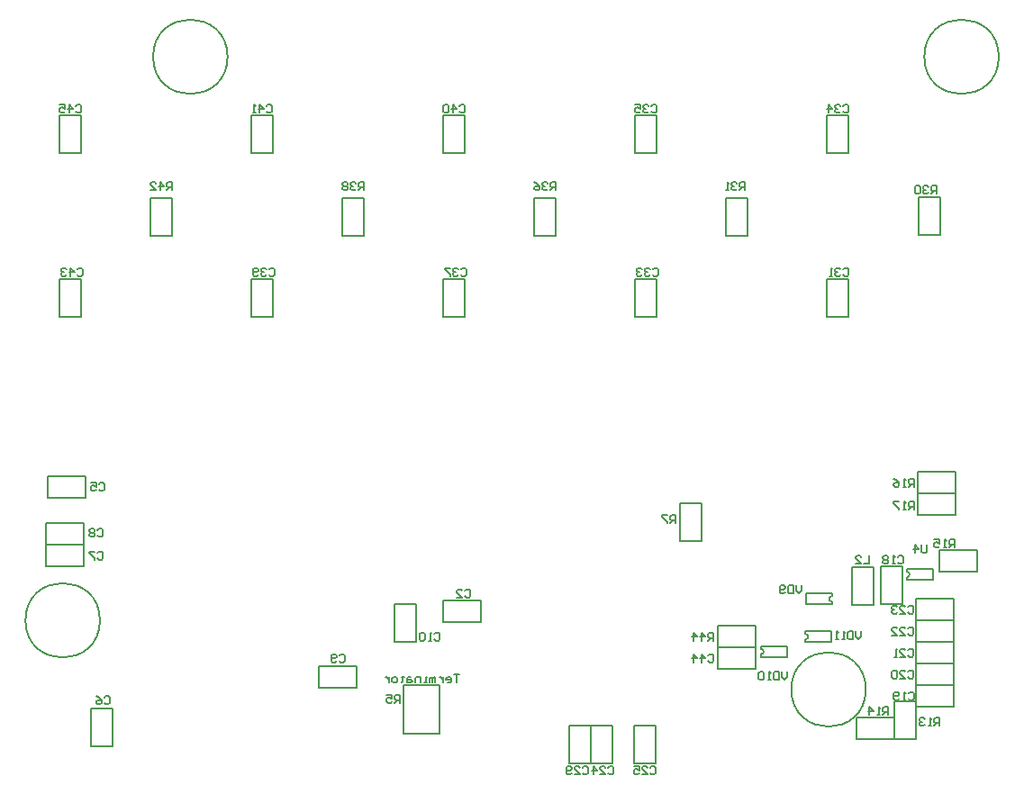
<source format=gbo>
G04*
G04 #@! TF.GenerationSoftware,Altium Limited,Altium Designer,24.5.2 (23)*
G04*
G04 Layer_Color=32896*
%FSLAX44Y44*%
%MOMM*%
G71*
G04*
G04 #@! TF.SameCoordinates,211F2C99-C352-4B84-9391-B0A9BACE0CBF*
G04*
G04*
G04 #@! TF.FilePolarity,Positive*
G04*
G01*
G75*
%ADD11C,0.1270*%
%ADD12C,0.2000*%
D11*
X1520509Y579120D02*
G03*
X1520509Y584200I0J2540D01*
G01*
X1587181Y633730D02*
G03*
X1587181Y628650I0J-2540D01*
G01*
X1562419Y593090D02*
G03*
X1562419Y598170I0J2540D01*
G01*
X1657669Y651510D02*
G03*
X1657669Y656590I0J2540D01*
G01*
X1520509Y576580D02*
X1545082D01*
X1520509D02*
Y579120D01*
Y584200D02*
Y586740D01*
X1545082D01*
Y576580D02*
Y586740D01*
X1479550Y605790D02*
X1515110D01*
Y585470D02*
Y605790D01*
X1479550Y585470D02*
X1515110D01*
X1479550D02*
Y605790D01*
X1562608Y636270D02*
X1587181D01*
Y633730D02*
Y636270D01*
Y626110D02*
Y628650D01*
X1562608Y626110D02*
X1587181D01*
X1562608D02*
Y636270D01*
X1562419Y590550D02*
X1586992D01*
X1562419D02*
Y593090D01*
Y598170D02*
Y600710D01*
X1586992D01*
Y590550D02*
Y600710D01*
X1606026Y625224D02*
X1626346D01*
Y660784D01*
X1606026D02*
X1626346D01*
X1606026Y625224D02*
Y660784D01*
X1479550Y565150D02*
X1515110D01*
X1479550D02*
Y585470D01*
X1515110D01*
Y565150D02*
Y585470D01*
X1443990Y685800D02*
Y721360D01*
X1464310D01*
Y685800D02*
Y721360D01*
X1443990Y685800D02*
X1464310D01*
X1657669Y648970D02*
X1682242D01*
X1657669D02*
Y651510D01*
Y656590D02*
Y659130D01*
X1682242D01*
Y648970D02*
Y659130D01*
X1633220Y626110D02*
X1653540D01*
Y661670D01*
X1633220D02*
X1653540D01*
X1633220Y626110D02*
Y661670D01*
X1723390Y656590D02*
Y676910D01*
X1687830D02*
X1723390D01*
X1687830Y656590D02*
Y676910D01*
Y656590D02*
X1723390D01*
X1104900Y547370D02*
X1140460D01*
X1104900D02*
Y567690D01*
X1140460D01*
Y547370D02*
Y567690D01*
X848360Y681990D02*
Y702310D01*
Y681990D02*
X883920D01*
Y702310D01*
X848360D02*
X883920D01*
X848360Y681990D02*
X883920D01*
Y661670D02*
Y681990D01*
X848360Y661670D02*
X883920D01*
X848360D02*
Y681990D01*
X910590Y492760D02*
Y528320D01*
X890270Y492760D02*
X910590D01*
X890270D02*
Y528320D01*
X910590D01*
X1176020Y626110D02*
X1196340D01*
X1176020Y590550D02*
Y626110D01*
Y590550D02*
X1196340D01*
Y626110D01*
X1218438Y504190D02*
Y549910D01*
X1184402Y504190D02*
X1218438D01*
X1184402D02*
Y549910D01*
X1218438D01*
X1257395Y609600D02*
Y629920D01*
X1221835D02*
X1257395D01*
X1221835Y609600D02*
Y629920D01*
Y609600D02*
X1257395D01*
X1645920Y499110D02*
Y519430D01*
X1610360D02*
X1645920D01*
X1610360Y499110D02*
Y519430D01*
Y499110D02*
X1645920D01*
X1667510Y730250D02*
Y750570D01*
Y730250D02*
X1703070D01*
Y750570D01*
X1667510D02*
X1703070D01*
X1666240Y529590D02*
Y549910D01*
Y529590D02*
X1701800D01*
Y549910D01*
X1666240D02*
X1701800D01*
X1666240Y570230D02*
Y590550D01*
Y570230D02*
X1701800D01*
Y590550D01*
X1666240D02*
X1701800D01*
X1666240Y549910D02*
Y570230D01*
Y549910D02*
X1701800D01*
Y570230D01*
X1666240D02*
X1701800D01*
X1666240Y590550D02*
Y610870D01*
Y590550D02*
X1701800D01*
Y610870D01*
X1666240D02*
X1701800D01*
X1666240D02*
Y631190D01*
Y610870D02*
X1701800D01*
Y631190D01*
X1666240D02*
X1701800D01*
X1339850Y511810D02*
X1360170D01*
X1339850Y476250D02*
Y511810D01*
Y476250D02*
X1360170D01*
Y511810D01*
X1380490D01*
X1360170Y476250D02*
Y511810D01*
Y476250D02*
X1380490D01*
Y511810D01*
X1400810D02*
X1421130D01*
X1400810Y476250D02*
Y511810D01*
Y476250D02*
X1421130D01*
Y511810D01*
X1703070Y709930D02*
Y730250D01*
X1667510D02*
X1703070D01*
X1667510Y709930D02*
Y730250D01*
Y709930D02*
X1703070D01*
X1645920Y499110D02*
X1666240D01*
Y534670D01*
X1645920D02*
X1666240D01*
X1645920Y499110D02*
Y534670D01*
X946150Y1008380D02*
X966470D01*
X946150Y972820D02*
Y1008380D01*
Y972820D02*
X966470D01*
Y1008380D01*
X1126490D02*
X1146810D01*
X1126490Y972820D02*
Y1008380D01*
Y972820D02*
X1146810D01*
Y1008380D01*
X1306830D02*
X1327150D01*
X1306830Y972820D02*
Y1008380D01*
Y972820D02*
X1327150D01*
Y1008380D01*
X861060Y1050290D02*
X881380D01*
Y1085850D01*
X861060Y1050290D02*
Y1085850D01*
X881380D01*
X861060Y932180D02*
X881380D01*
X861060Y896620D02*
Y932180D01*
Y896620D02*
X881380D01*
Y932180D01*
X1041400Y1050290D02*
X1061720D01*
Y1085850D01*
X1041400Y1050290D02*
Y1085850D01*
X1061720D01*
X1041400Y932180D02*
X1061720D01*
X1041400Y896620D02*
Y932180D01*
Y896620D02*
X1061720D01*
Y932180D01*
X1221740D02*
X1242060D01*
X1221740Y896620D02*
Y932180D01*
Y896620D02*
X1242060D01*
Y932180D01*
X1221740Y1050290D02*
X1242060D01*
Y1085850D01*
X1221740Y1050290D02*
Y1085850D01*
X1242060D01*
X1402080Y1050290D02*
X1422400D01*
Y1085850D01*
X1402080Y1050290D02*
Y1085850D01*
X1422400D01*
X1402080Y932180D02*
X1422400D01*
X1402080Y896620D02*
Y932180D01*
Y896620D02*
X1422400D01*
Y932180D01*
X1487170Y1008380D02*
X1507490D01*
X1487170Y972820D02*
Y1008380D01*
Y972820D02*
X1507490D01*
Y1008380D01*
X1582420Y932180D02*
X1602740D01*
X1582420Y896620D02*
Y932180D01*
Y896620D02*
X1602740D01*
Y932180D01*
X1582420Y1050290D02*
X1602740D01*
Y1085850D01*
X1582420Y1050290D02*
Y1085850D01*
X1602740D01*
X885190Y726440D02*
Y746760D01*
X849630D02*
X885190D01*
X849630Y726440D02*
Y746760D01*
Y726440D02*
X885190D01*
X1668780Y973074D02*
Y1008634D01*
X1689100D01*
Y973074D02*
Y1008634D01*
X1668780Y973074D02*
X1689100D01*
X1236980Y560067D02*
X1231902D01*
X1234441D01*
Y552450D01*
X1225554D02*
X1228093D01*
X1229362Y553720D01*
Y556259D01*
X1228093Y557528D01*
X1225554D01*
X1224284Y556259D01*
Y554989D01*
X1229362D01*
X1221745Y557528D02*
Y552450D01*
Y554989D01*
X1220475Y556259D01*
X1219206Y557528D01*
X1217936D01*
X1214127Y552450D02*
Y557528D01*
X1212858D01*
X1211588Y556259D01*
Y552450D01*
Y556259D01*
X1210319Y557528D01*
X1209049Y556259D01*
Y552450D01*
X1206510D02*
X1203971D01*
X1205240D01*
Y557528D01*
X1206510D01*
X1200162Y552450D02*
Y557528D01*
X1196353D01*
X1195084Y556259D01*
Y552450D01*
X1191275Y557528D02*
X1188736D01*
X1187466Y556259D01*
Y552450D01*
X1191275D01*
X1192544Y553720D01*
X1191275Y554989D01*
X1187466D01*
X1183657Y558798D02*
Y557528D01*
X1184927D01*
X1182388D01*
X1183657D01*
Y553720D01*
X1182388Y552450D01*
X1177309D02*
X1174770D01*
X1173501Y553720D01*
Y556259D01*
X1174770Y557528D01*
X1177309D01*
X1178579Y556259D01*
Y553720D01*
X1177309Y552450D01*
X1170961Y557528D02*
Y552450D01*
Y554989D01*
X1169692Y556259D01*
X1168422Y557528D01*
X1167153D01*
X1614801Y600709D02*
Y595630D01*
X1612262Y593091D01*
X1609723Y595630D01*
Y600709D01*
X1607184D02*
Y593091D01*
X1603375D01*
X1602105Y594361D01*
Y599439D01*
X1603375Y600709D01*
X1607184D01*
X1599566Y593091D02*
X1597027D01*
X1598296D01*
Y600709D01*
X1599566Y599439D01*
X1593218Y593091D02*
X1590679D01*
X1591949D01*
Y600709D01*
X1593218Y599439D01*
X1558287Y643889D02*
Y638810D01*
X1555748Y636271D01*
X1553208Y638810D01*
Y643889D01*
X1550669D02*
Y636271D01*
X1546860D01*
X1545591Y637541D01*
Y642619D01*
X1546860Y643889D01*
X1550669D01*
X1543052Y637541D02*
X1541782Y636271D01*
X1539243D01*
X1537973Y637541D01*
Y642619D01*
X1539243Y643889D01*
X1541782D01*
X1543052Y642619D01*
Y641350D01*
X1541782Y640080D01*
X1537973D01*
X1649094Y670559D02*
X1650363Y671829D01*
X1652902D01*
X1654172Y670559D01*
Y665481D01*
X1652902Y664211D01*
X1650363D01*
X1649094Y665481D01*
X1646554Y664211D02*
X1644015D01*
X1645285D01*
Y671829D01*
X1646554Y670559D01*
X1640206D02*
X1638937Y671829D01*
X1636398D01*
X1635128Y670559D01*
Y669290D01*
X1636398Y668020D01*
X1635128Y666750D01*
Y665481D01*
X1636398Y664211D01*
X1638937D01*
X1640206Y665481D01*
Y666750D01*
X1638937Y668020D01*
X1640206Y669290D01*
Y670559D01*
X1638937Y668020D02*
X1636398D01*
X1622534Y671813D02*
Y664195D01*
X1617456D01*
X1609838D02*
X1614917D01*
X1609838Y669273D01*
Y670543D01*
X1611108Y671813D01*
X1613647D01*
X1614917Y670543D01*
X1702432Y679451D02*
Y687069D01*
X1698623D01*
X1697354Y685799D01*
Y683260D01*
X1698623Y681990D01*
X1702432D01*
X1699893D02*
X1697354Y679451D01*
X1694814D02*
X1692275D01*
X1693545D01*
Y687069D01*
X1694814Y685799D01*
X1683388Y687069D02*
X1688466D01*
Y683260D01*
X1685927Y684530D01*
X1684658D01*
X1683388Y683260D01*
Y680721D01*
X1684658Y679451D01*
X1687197D01*
X1688466Y680721D01*
X1676398Y681989D02*
Y675641D01*
X1675128Y674371D01*
X1672589D01*
X1671320Y675641D01*
Y681989D01*
X1664972Y674371D02*
Y681989D01*
X1668780Y678180D01*
X1663702D01*
X966978Y1015492D02*
Y1023110D01*
X963169D01*
X961900Y1021840D01*
Y1019301D01*
X963169Y1018031D01*
X966978D01*
X964439D02*
X961900Y1015492D01*
X955552D02*
Y1023110D01*
X959361Y1019301D01*
X954282D01*
X946665Y1015492D02*
X951743D01*
X946665Y1020570D01*
Y1021840D01*
X947934Y1023110D01*
X950473D01*
X951743Y1021840D01*
X1147318Y1015492D02*
Y1023110D01*
X1143509D01*
X1142240Y1021840D01*
Y1019301D01*
X1143509Y1018031D01*
X1147318D01*
X1144779D02*
X1142240Y1015492D01*
X1139700Y1021840D02*
X1138431Y1023110D01*
X1135892D01*
X1134622Y1021840D01*
Y1020570D01*
X1135892Y1019301D01*
X1137161D01*
X1135892D01*
X1134622Y1018031D01*
Y1016762D01*
X1135892Y1015492D01*
X1138431D01*
X1139700Y1016762D01*
X1132083Y1021840D02*
X1130813Y1023110D01*
X1128274D01*
X1127005Y1021840D01*
Y1020570D01*
X1128274Y1019301D01*
X1127005Y1018031D01*
Y1016762D01*
X1128274Y1015492D01*
X1130813D01*
X1132083Y1016762D01*
Y1018031D01*
X1130813Y1019301D01*
X1132083Y1020570D01*
Y1021840D01*
X1130813Y1019301D02*
X1128274D01*
X1327658Y1015492D02*
Y1023110D01*
X1323849D01*
X1322580Y1021840D01*
Y1019301D01*
X1323849Y1018031D01*
X1327658D01*
X1325119D02*
X1322580Y1015492D01*
X1320040Y1021840D02*
X1318771Y1023110D01*
X1316232D01*
X1314962Y1021840D01*
Y1020570D01*
X1316232Y1019301D01*
X1317501D01*
X1316232D01*
X1314962Y1018031D01*
Y1016762D01*
X1316232Y1015492D01*
X1318771D01*
X1320040Y1016762D01*
X1307345Y1023110D02*
X1309884Y1021840D01*
X1312423Y1019301D01*
Y1016762D01*
X1311153Y1015492D01*
X1308614D01*
X1307345Y1016762D01*
Y1018031D01*
X1308614Y1019301D01*
X1312423D01*
X876298Y1094739D02*
X877568Y1096009D01*
X880107D01*
X881377Y1094739D01*
Y1089661D01*
X880107Y1088391D01*
X877568D01*
X876298Y1089661D01*
X869950Y1088391D02*
Y1096009D01*
X873759Y1092200D01*
X868681D01*
X861063Y1096009D02*
X866142D01*
Y1092200D01*
X863602Y1093470D01*
X862333D01*
X861063Y1092200D01*
Y1089661D01*
X862333Y1088391D01*
X864872D01*
X866142Y1089661D01*
X877568Y941069D02*
X878838Y942339D01*
X881377D01*
X882647Y941069D01*
Y935991D01*
X881377Y934721D01*
X878838D01*
X877568Y935991D01*
X871220Y934721D02*
Y942339D01*
X875029Y938530D01*
X869951D01*
X867412Y941069D02*
X866142Y942339D01*
X863603D01*
X862333Y941069D01*
Y939800D01*
X863603Y938530D01*
X864872D01*
X863603D01*
X862333Y937260D01*
Y935991D01*
X863603Y934721D01*
X866142D01*
X867412Y935991D01*
X1055369Y1094739D02*
X1056638Y1096009D01*
X1059177D01*
X1060447Y1094739D01*
Y1089661D01*
X1059177Y1088391D01*
X1056638D01*
X1055369Y1089661D01*
X1049021Y1088391D02*
Y1096009D01*
X1052830Y1092200D01*
X1047751D01*
X1045212Y1088391D02*
X1042673D01*
X1043942D01*
Y1096009D01*
X1045212Y1094739D01*
X1057908Y941069D02*
X1059178Y942339D01*
X1061717D01*
X1062987Y941069D01*
Y935991D01*
X1061717Y934721D01*
X1059178D01*
X1057908Y935991D01*
X1055369Y941069D02*
X1054100Y942339D01*
X1051560D01*
X1050291Y941069D01*
Y939800D01*
X1051560Y938530D01*
X1052830D01*
X1051560D01*
X1050291Y937260D01*
Y935991D01*
X1051560Y934721D01*
X1054100D01*
X1055369Y935991D01*
X1047752D02*
X1046482Y934721D01*
X1043943D01*
X1042673Y935991D01*
Y941069D01*
X1043943Y942339D01*
X1046482D01*
X1047752Y941069D01*
Y939800D01*
X1046482Y938530D01*
X1042673D01*
X1238248Y941069D02*
X1239518Y942339D01*
X1242057D01*
X1243327Y941069D01*
Y935991D01*
X1242057Y934721D01*
X1239518D01*
X1238248Y935991D01*
X1235709Y941069D02*
X1234440Y942339D01*
X1231900D01*
X1230631Y941069D01*
Y939800D01*
X1231900Y938530D01*
X1233170D01*
X1231900D01*
X1230631Y937260D01*
Y935991D01*
X1231900Y934721D01*
X1234440D01*
X1235709Y935991D01*
X1228092Y942339D02*
X1223013D01*
Y941069D01*
X1228092Y935991D01*
Y934721D01*
X1236978Y1094739D02*
X1238248Y1096009D01*
X1240787D01*
X1242057Y1094739D01*
Y1089661D01*
X1240787Y1088391D01*
X1238248D01*
X1236978Y1089661D01*
X1230630Y1088391D02*
Y1096009D01*
X1234439Y1092200D01*
X1229361D01*
X1226822Y1094739D02*
X1225552Y1096009D01*
X1223013D01*
X1221743Y1094739D01*
Y1089661D01*
X1223013Y1088391D01*
X1225552D01*
X1226822Y1089661D01*
Y1094739D01*
X1417318D02*
X1418588Y1096009D01*
X1421127D01*
X1422397Y1094739D01*
Y1089661D01*
X1421127Y1088391D01*
X1418588D01*
X1417318Y1089661D01*
X1414779Y1094739D02*
X1413510Y1096009D01*
X1410970D01*
X1409701Y1094739D01*
Y1093470D01*
X1410970Y1092200D01*
X1412240D01*
X1410970D01*
X1409701Y1090930D01*
Y1089661D01*
X1410970Y1088391D01*
X1413510D01*
X1414779Y1089661D01*
X1402083Y1096009D02*
X1407162D01*
Y1092200D01*
X1404622Y1093470D01*
X1403353D01*
X1402083Y1092200D01*
Y1089661D01*
X1403353Y1088391D01*
X1405892D01*
X1407162Y1089661D01*
X1418588Y941069D02*
X1419858Y942339D01*
X1422397D01*
X1423667Y941069D01*
Y935991D01*
X1422397Y934721D01*
X1419858D01*
X1418588Y935991D01*
X1416049Y941069D02*
X1414780Y942339D01*
X1412240D01*
X1410971Y941069D01*
Y939800D01*
X1412240Y938530D01*
X1413510D01*
X1412240D01*
X1410971Y937260D01*
Y935991D01*
X1412240Y934721D01*
X1414780D01*
X1416049Y935991D01*
X1408432Y941069D02*
X1407162Y942339D01*
X1404623D01*
X1403353Y941069D01*
Y939800D01*
X1404623Y938530D01*
X1405892D01*
X1404623D01*
X1403353Y937260D01*
Y935991D01*
X1404623Y934721D01*
X1407162D01*
X1408432Y935991D01*
X1544951Y562609D02*
Y557530D01*
X1542411Y554991D01*
X1539872Y557530D01*
Y562609D01*
X1537333D02*
Y554991D01*
X1533524D01*
X1532255Y556261D01*
Y561339D01*
X1533524Y562609D01*
X1537333D01*
X1529716Y554991D02*
X1527176D01*
X1528446D01*
Y562609D01*
X1529716Y561339D01*
X1523368D02*
X1522098Y562609D01*
X1519559D01*
X1518289Y561339D01*
Y556261D01*
X1519559Y554991D01*
X1522098D01*
X1523368Y556261D01*
Y561339D01*
X1475737Y591821D02*
Y599439D01*
X1471928D01*
X1470658Y598169D01*
Y595630D01*
X1471928Y594360D01*
X1475737D01*
X1473197D02*
X1470658Y591821D01*
X1464310D02*
Y599439D01*
X1468119Y595630D01*
X1463041D01*
X1456693Y591821D02*
Y599439D01*
X1460502Y595630D01*
X1455423D01*
X1505458Y1015492D02*
Y1023110D01*
X1501649D01*
X1500380Y1021840D01*
Y1019301D01*
X1501649Y1018031D01*
X1505458D01*
X1502919D02*
X1500380Y1015492D01*
X1497841Y1021840D02*
X1496571Y1023110D01*
X1494032D01*
X1492762Y1021840D01*
Y1020570D01*
X1494032Y1019301D01*
X1495301D01*
X1494032D01*
X1492762Y1018031D01*
Y1016762D01*
X1494032Y1015492D01*
X1496571D01*
X1497841Y1016762D01*
X1490223Y1015492D02*
X1487684D01*
X1488953D01*
Y1023110D01*
X1490223Y1021840D01*
X1685287Y1012191D02*
Y1019809D01*
X1681478D01*
X1680208Y1018539D01*
Y1016000D01*
X1681478Y1014730D01*
X1685287D01*
X1682747D02*
X1680208Y1012191D01*
X1677669Y1018539D02*
X1676400Y1019809D01*
X1673860D01*
X1672591Y1018539D01*
Y1017270D01*
X1673860Y1016000D01*
X1675130D01*
X1673860D01*
X1672591Y1014730D01*
Y1013461D01*
X1673860Y1012191D01*
X1676400D01*
X1677669Y1013461D01*
X1670052Y1018539D02*
X1668782Y1019809D01*
X1666243D01*
X1664973Y1018539D01*
Y1013461D01*
X1666243Y1012191D01*
X1668782D01*
X1670052Y1013461D01*
Y1018539D01*
X1664332Y736601D02*
Y744219D01*
X1660523D01*
X1659254Y742949D01*
Y740410D01*
X1660523Y739140D01*
X1664332D01*
X1661793D02*
X1659254Y736601D01*
X1656714D02*
X1654175D01*
X1655445D01*
Y744219D01*
X1656714Y742949D01*
X1645288Y744219D02*
X1647827Y742949D01*
X1650366Y740410D01*
Y737871D01*
X1649097Y736601D01*
X1646558D01*
X1645288Y737871D01*
Y739140D01*
X1646558Y740410D01*
X1650366D01*
X1664332Y715011D02*
Y722629D01*
X1660523D01*
X1659254Y721359D01*
Y718820D01*
X1660523Y717550D01*
X1664332D01*
X1661793D02*
X1659254Y715011D01*
X1656714D02*
X1654175D01*
X1655445D01*
Y722629D01*
X1656714Y721359D01*
X1650366Y722629D02*
X1645288D01*
Y721359D01*
X1650366Y716281D01*
Y715011D01*
X1688462Y511811D02*
Y519429D01*
X1684653D01*
X1683384Y518159D01*
Y515620D01*
X1684653Y514350D01*
X1688462D01*
X1685923D02*
X1683384Y511811D01*
X1680844D02*
X1678305D01*
X1679575D01*
Y519429D01*
X1680844Y518159D01*
X1674496D02*
X1673227Y519429D01*
X1670688D01*
X1669418Y518159D01*
Y516890D01*
X1670688Y515620D01*
X1671957D01*
X1670688D01*
X1669418Y514350D01*
Y513081D01*
X1670688Y511811D01*
X1673227D01*
X1674496Y513081D01*
X1640202Y521971D02*
Y529589D01*
X1636393D01*
X1635124Y528319D01*
Y525780D01*
X1636393Y524510D01*
X1640202D01*
X1637663D02*
X1635124Y521971D01*
X1632584D02*
X1630045D01*
X1631315D01*
Y529589D01*
X1632584Y528319D01*
X1622428Y521971D02*
Y529589D01*
X1626236Y525780D01*
X1621158D01*
X1440178Y702311D02*
Y709929D01*
X1436369D01*
X1435100Y708659D01*
Y706120D01*
X1436369Y704850D01*
X1440178D01*
X1437639D02*
X1435100Y702311D01*
X1432560Y709929D02*
X1427482D01*
Y708659D01*
X1432560Y703581D01*
Y702311D01*
X1181098Y533401D02*
Y541019D01*
X1177289D01*
X1176020Y539749D01*
Y537210D01*
X1177289Y535940D01*
X1181098D01*
X1178559D02*
X1176020Y533401D01*
X1168402Y541019D02*
X1173480D01*
Y537210D01*
X1170941Y538480D01*
X1169672D01*
X1168402Y537210D01*
Y534671D01*
X1169672Y533401D01*
X1172211D01*
X1173480Y534671D01*
X1470658Y577849D02*
X1471928Y579119D01*
X1474467D01*
X1475737Y577849D01*
Y572771D01*
X1474467Y571501D01*
X1471928D01*
X1470658Y572771D01*
X1464310Y571501D02*
Y579119D01*
X1468119Y575310D01*
X1463041D01*
X1456693Y571501D02*
Y579119D01*
X1460502Y575310D01*
X1455423D01*
X1597658Y1094739D02*
X1598928Y1096009D01*
X1601467D01*
X1602737Y1094739D01*
Y1089661D01*
X1601467Y1088391D01*
X1598928D01*
X1597658Y1089661D01*
X1595119Y1094739D02*
X1593850Y1096009D01*
X1591310D01*
X1590041Y1094739D01*
Y1093470D01*
X1591310Y1092200D01*
X1592580D01*
X1591310D01*
X1590041Y1090930D01*
Y1089661D01*
X1591310Y1088391D01*
X1593850D01*
X1595119Y1089661D01*
X1583693Y1088391D02*
Y1096009D01*
X1587502Y1092200D01*
X1582423D01*
X1597659Y941069D02*
X1598928Y942339D01*
X1601467D01*
X1602737Y941069D01*
Y935991D01*
X1601467Y934721D01*
X1598928D01*
X1597659Y935991D01*
X1595120Y941069D02*
X1593850Y942339D01*
X1591311D01*
X1590041Y941069D01*
Y939800D01*
X1591311Y938530D01*
X1592580D01*
X1591311D01*
X1590041Y937260D01*
Y935991D01*
X1591311Y934721D01*
X1593850D01*
X1595120Y935991D01*
X1587502Y934721D02*
X1584963D01*
X1586232D01*
Y942339D01*
X1587502Y941069D01*
X1352548Y472439D02*
X1353818Y473709D01*
X1356357D01*
X1357627Y472439D01*
Y467361D01*
X1356357Y466091D01*
X1353818D01*
X1352548Y467361D01*
X1344931Y466091D02*
X1350009D01*
X1344931Y471170D01*
Y472439D01*
X1346200Y473709D01*
X1348740D01*
X1350009Y472439D01*
X1342392Y467361D02*
X1341122Y466091D01*
X1338583D01*
X1337313Y467361D01*
Y472439D01*
X1338583Y473709D01*
X1341122D01*
X1342392Y472439D01*
Y471170D01*
X1341122Y469900D01*
X1337313D01*
X1416048Y472439D02*
X1417318Y473709D01*
X1419857D01*
X1421127Y472439D01*
Y467361D01*
X1419857Y466091D01*
X1417318D01*
X1416048Y467361D01*
X1408431Y466091D02*
X1413509D01*
X1408431Y471170D01*
Y472439D01*
X1409700Y473709D01*
X1412240D01*
X1413509Y472439D01*
X1400813Y473709D02*
X1405892D01*
Y469900D01*
X1403352Y471170D01*
X1402083D01*
X1400813Y469900D01*
Y467361D01*
X1402083Y466091D01*
X1404622D01*
X1405892Y467361D01*
X1376678Y472439D02*
X1377948Y473709D01*
X1380487D01*
X1381757Y472439D01*
Y467361D01*
X1380487Y466091D01*
X1377948D01*
X1376678Y467361D01*
X1369061Y466091D02*
X1374139D01*
X1369061Y471170D01*
Y472439D01*
X1370330Y473709D01*
X1372870D01*
X1374139Y472439D01*
X1362713Y466091D02*
Y473709D01*
X1366522Y469900D01*
X1361443D01*
X1658618Y623569D02*
X1659888Y624839D01*
X1662427D01*
X1663697Y623569D01*
Y618491D01*
X1662427Y617221D01*
X1659888D01*
X1658618Y618491D01*
X1651001Y617221D02*
X1656079D01*
X1651001Y622300D01*
Y623569D01*
X1652270Y624839D01*
X1654810D01*
X1656079Y623569D01*
X1648462D02*
X1647192Y624839D01*
X1644653D01*
X1643383Y623569D01*
Y622300D01*
X1644653Y621030D01*
X1645922D01*
X1644653D01*
X1643383Y619760D01*
Y618491D01*
X1644653Y617221D01*
X1647192D01*
X1648462Y618491D01*
X1658618Y603249D02*
X1659888Y604519D01*
X1662427D01*
X1663697Y603249D01*
Y598171D01*
X1662427Y596901D01*
X1659888D01*
X1658618Y598171D01*
X1651001Y596901D02*
X1656079D01*
X1651001Y601980D01*
Y603249D01*
X1652270Y604519D01*
X1654810D01*
X1656079Y603249D01*
X1643383Y596901D02*
X1648462D01*
X1643383Y601980D01*
Y603249D01*
X1644653Y604519D01*
X1647192D01*
X1648462Y603249D01*
X1658619Y582929D02*
X1659888Y584199D01*
X1662428D01*
X1663697Y582929D01*
Y577851D01*
X1662428Y576581D01*
X1659888D01*
X1658619Y577851D01*
X1651001Y576581D02*
X1656080D01*
X1651001Y581660D01*
Y582929D01*
X1652271Y584199D01*
X1654810D01*
X1656080Y582929D01*
X1648462Y576581D02*
X1645923D01*
X1647193D01*
Y584199D01*
X1648462Y582929D01*
X1658618Y562609D02*
X1659888Y563879D01*
X1662427D01*
X1663697Y562609D01*
Y557531D01*
X1662427Y556261D01*
X1659888D01*
X1658618Y557531D01*
X1651001Y556261D02*
X1656079D01*
X1651001Y561340D01*
Y562609D01*
X1652270Y563879D01*
X1654810D01*
X1656079Y562609D01*
X1648462D02*
X1647192Y563879D01*
X1644653D01*
X1643383Y562609D01*
Y557531D01*
X1644653Y556261D01*
X1647192D01*
X1648462Y557531D01*
Y562609D01*
X1659254Y542289D02*
X1660523Y543559D01*
X1663062D01*
X1664332Y542289D01*
Y537211D01*
X1663062Y535941D01*
X1660523D01*
X1659254Y537211D01*
X1656714Y535941D02*
X1654175D01*
X1655445D01*
Y543559D01*
X1656714Y542289D01*
X1650366Y537211D02*
X1649097Y535941D01*
X1646558D01*
X1645288Y537211D01*
Y542289D01*
X1646558Y543559D01*
X1649097D01*
X1650366Y542289D01*
Y541020D01*
X1649097Y539750D01*
X1645288D01*
X1213484Y598169D02*
X1214753Y599439D01*
X1217292D01*
X1218562Y598169D01*
Y593091D01*
X1217292Y591821D01*
X1214753D01*
X1213484Y593091D01*
X1210944Y591821D02*
X1208405D01*
X1209675D01*
Y599439D01*
X1210944Y598169D01*
X1204596D02*
X1203327Y599439D01*
X1200788D01*
X1199518Y598169D01*
Y593091D01*
X1200788Y591821D01*
X1203327D01*
X1204596Y593091D01*
Y598169D01*
X1123950Y577849D02*
X1125219Y579119D01*
X1127758D01*
X1129028Y577849D01*
Y572771D01*
X1127758Y571501D01*
X1125219D01*
X1123950Y572771D01*
X1121410D02*
X1120141Y571501D01*
X1117602D01*
X1116332Y572771D01*
Y577849D01*
X1117602Y579119D01*
X1120141D01*
X1121410Y577849D01*
Y576580D01*
X1120141Y575310D01*
X1116332D01*
X896620Y695959D02*
X897889Y697229D01*
X900428D01*
X901698Y695959D01*
Y690881D01*
X900428Y689611D01*
X897889D01*
X896620Y690881D01*
X894080Y695959D02*
X892811Y697229D01*
X890272D01*
X889002Y695959D01*
Y694690D01*
X890272Y693420D01*
X889002Y692150D01*
Y690881D01*
X890272Y689611D01*
X892811D01*
X894080Y690881D01*
Y692150D01*
X892811Y693420D01*
X894080Y694690D01*
Y695959D01*
X892811Y693420D02*
X890272D01*
X896620Y674369D02*
X897889Y675639D01*
X900428D01*
X901698Y674369D01*
Y669291D01*
X900428Y668021D01*
X897889D01*
X896620Y669291D01*
X894080Y675639D02*
X889002D01*
Y674369D01*
X894080Y669291D01*
Y668021D01*
X902970Y538479D02*
X904239Y539749D01*
X906778D01*
X908048Y538479D01*
Y533401D01*
X906778Y532131D01*
X904239D01*
X902970Y533401D01*
X895352Y539749D02*
X897891Y538479D01*
X900430Y535940D01*
Y533401D01*
X899161Y532131D01*
X896622D01*
X895352Y533401D01*
Y534670D01*
X896622Y535940D01*
X900430D01*
X897890Y739139D02*
X899159Y740409D01*
X901698D01*
X902968Y739139D01*
Y734061D01*
X901698Y732791D01*
X899159D01*
X897890Y734061D01*
X890272Y740409D02*
X895350D01*
Y736600D01*
X892811Y737870D01*
X891542D01*
X890272Y736600D01*
Y734061D01*
X891542Y732791D01*
X894081D01*
X895350Y734061D01*
X1242154Y638809D02*
X1243424Y640079D01*
X1245963D01*
X1247233Y638809D01*
Y633731D01*
X1245963Y632461D01*
X1243424D01*
X1242154Y633731D01*
X1234537Y632461D02*
X1239615D01*
X1234537Y637540D01*
Y638809D01*
X1235806Y640079D01*
X1238345D01*
X1239615Y638809D01*
D12*
X899070Y611010D02*
G03*
X899070Y611010I-35000J0D01*
G01*
X1619070Y546010D02*
G03*
X1619070Y546010I-35000J0D01*
G01*
X1019070Y1141010D02*
G03*
X1019070Y1141010I-35000J0D01*
G01*
X1744070D02*
G03*
X1744070Y1141010I-35000J0D01*
G01*
M02*

</source>
